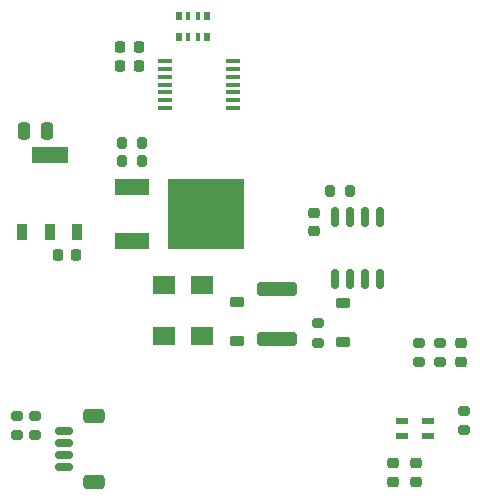
<source format=gtp>
G04 #@! TF.GenerationSoftware,KiCad,Pcbnew,9.0.1*
G04 #@! TF.CreationDate,2025-05-14T09:26:50-05:00*
G04 #@! TF.ProjectId,Incipit11,496e6369-7069-4743-9131-2e6b69636164,A*
G04 #@! TF.SameCoordinates,Original*
G04 #@! TF.FileFunction,Paste,Top*
G04 #@! TF.FilePolarity,Positive*
%FSLAX46Y46*%
G04 Gerber Fmt 4.6, Leading zero omitted, Abs format (unit mm)*
G04 Created by KiCad (PCBNEW 9.0.1) date 2025-05-14 09:26:50*
%MOMM*%
%LPD*%
G01*
G04 APERTURE LIST*
G04 Aperture macros list*
%AMRoundRect*
0 Rectangle with rounded corners*
0 $1 Rounding radius*
0 $2 $3 $4 $5 $6 $7 $8 $9 X,Y pos of 4 corners*
0 Add a 4 corners polygon primitive as box body*
4,1,4,$2,$3,$4,$5,$6,$7,$8,$9,$2,$3,0*
0 Add four circle primitives for the rounded corners*
1,1,$1+$1,$2,$3*
1,1,$1+$1,$4,$5*
1,1,$1+$1,$6,$7*
1,1,$1+$1,$8,$9*
0 Add four rect primitives between the rounded corners*
20,1,$1+$1,$2,$3,$4,$5,0*
20,1,$1+$1,$4,$5,$6,$7,0*
20,1,$1+$1,$6,$7,$8,$9,0*
20,1,$1+$1,$8,$9,$2,$3,0*%
G04 Aperture macros list end*
%ADD10RoundRect,0.225000X-0.375000X0.225000X-0.375000X-0.225000X0.375000X-0.225000X0.375000X0.225000X0*%
%ADD11R,1.900000X1.600000*%
%ADD12RoundRect,0.200000X-0.275000X0.200000X-0.275000X-0.200000X0.275000X-0.200000X0.275000X0.200000X0*%
%ADD13RoundRect,0.200000X0.200000X0.275000X-0.200000X0.275000X-0.200000X-0.275000X0.200000X-0.275000X0*%
%ADD14RoundRect,0.250000X-1.450000X0.312500X-1.450000X-0.312500X1.450000X-0.312500X1.450000X0.312500X0*%
%ADD15R,3.000000X1.400000*%
%ADD16R,6.500000X6.000000*%
%ADD17RoundRect,0.225000X-0.250000X0.225000X-0.250000X-0.225000X0.250000X-0.225000X0.250000X0.225000X0*%
%ADD18RoundRect,0.200000X0.275000X-0.200000X0.275000X0.200000X-0.275000X0.200000X-0.275000X-0.200000X0*%
%ADD19RoundRect,0.225000X-0.225000X-0.250000X0.225000X-0.250000X0.225000X0.250000X-0.225000X0.250000X0*%
%ADD20RoundRect,0.225000X0.250000X-0.225000X0.250000X0.225000X-0.250000X0.225000X-0.250000X-0.225000X0*%
%ADD21RoundRect,0.250000X0.250000X0.475000X-0.250000X0.475000X-0.250000X-0.475000X0.250000X-0.475000X0*%
%ADD22RoundRect,0.150000X0.150000X-0.675000X0.150000X0.675000X-0.150000X0.675000X-0.150000X-0.675000X0*%
%ADD23R,0.889000X1.473200*%
%ADD24R,3.149600X1.473200*%
%ADD25RoundRect,0.225000X0.225000X0.250000X-0.225000X0.250000X-0.225000X-0.250000X0.225000X-0.250000X0*%
%ADD26RoundRect,0.218750X0.256250X-0.218750X0.256250X0.218750X-0.256250X0.218750X-0.256250X-0.218750X0*%
%ADD27R,0.500000X0.800000*%
%ADD28R,0.400000X0.800000*%
%ADD29RoundRect,0.150000X-0.625000X0.150000X-0.625000X-0.150000X0.625000X-0.150000X0.625000X0.150000X0*%
%ADD30RoundRect,0.250000X-0.650000X0.350000X-0.650000X-0.350000X0.650000X-0.350000X0.650000X0.350000X0*%
%ADD31R,1.308100X0.355600*%
%ADD32R,1.000000X0.600000*%
%ADD33RoundRect,0.225000X0.375000X-0.225000X0.375000X0.225000X-0.375000X0.225000X-0.375000X-0.225000X0*%
G04 APERTURE END LIST*
D10*
X154270000Y-95050000D03*
X154270000Y-98350000D03*
D11*
X142400000Y-97800000D03*
X142400000Y-93500000D03*
D12*
X128200000Y-104575000D03*
X128200000Y-106225000D03*
X164500000Y-104175000D03*
X164500000Y-105825000D03*
D13*
X137250000Y-81500000D03*
X135600000Y-81500000D03*
D11*
X139100000Y-93500000D03*
X139100000Y-97800000D03*
D13*
X154865000Y-85600000D03*
X153215000Y-85600000D03*
D14*
X148700000Y-93862500D03*
X148700000Y-98137500D03*
D13*
X137250000Y-83000000D03*
X135600000Y-83000000D03*
D15*
X136420000Y-85200000D03*
X136420000Y-89800000D03*
D16*
X142670000Y-87500000D03*
D17*
X151840000Y-87425000D03*
X151840000Y-88975000D03*
D18*
X162500000Y-100075000D03*
X162500000Y-98425000D03*
D19*
X135436100Y-73350000D03*
X136986100Y-73350000D03*
D20*
X164250000Y-100025000D03*
X164250000Y-98475000D03*
D21*
X129200000Y-80500000D03*
X127300000Y-80500000D03*
D22*
X153600000Y-93000000D03*
X154870000Y-93000000D03*
X156140000Y-93000000D03*
X157410000Y-93000000D03*
X157410000Y-87750000D03*
X156140000Y-87750000D03*
X154870000Y-87750000D03*
X153600000Y-87750000D03*
D12*
X126700000Y-104575000D03*
X126700000Y-106225000D03*
D19*
X135436100Y-74950000D03*
X136986100Y-74950000D03*
D23*
X127138600Y-89063900D03*
X129450000Y-89063900D03*
X131761400Y-89063900D03*
D24*
X129450000Y-82536100D03*
D25*
X131725000Y-91000000D03*
X130175000Y-91000000D03*
D26*
X160500000Y-110187500D03*
X160500000Y-108612500D03*
X158500000Y-110187500D03*
X158500000Y-108612500D03*
D27*
X142811100Y-70750000D03*
D28*
X142011100Y-70750000D03*
X141211100Y-70750000D03*
D27*
X140411100Y-70750000D03*
X140411100Y-72550000D03*
D28*
X141211100Y-72550000D03*
X142011100Y-72550000D03*
D27*
X142811100Y-72550000D03*
D12*
X160750000Y-98425000D03*
X160750000Y-100075000D03*
D29*
X130675000Y-105900000D03*
X130675000Y-106900000D03*
X130675000Y-107900000D03*
X130675000Y-108900000D03*
D30*
X133200000Y-104600000D03*
X133200000Y-110200000D03*
D12*
X152170000Y-96750000D03*
X152170000Y-98400000D03*
D31*
X139209150Y-74599999D03*
X139209150Y-75250000D03*
X139209150Y-75900001D03*
X139209150Y-76550000D03*
X139209150Y-77199999D03*
X139209150Y-77850000D03*
X139209150Y-78499999D03*
X145013050Y-78500001D03*
X145013050Y-77850000D03*
X145013050Y-77200001D03*
X145013050Y-76550000D03*
X145013050Y-75900001D03*
X145013050Y-75250000D03*
X145013050Y-74600001D03*
D32*
X161500000Y-106350000D03*
X161500000Y-105050000D03*
X159300000Y-105050000D03*
X159300000Y-106350000D03*
D33*
X145300000Y-98250000D03*
X145300000Y-94950000D03*
M02*

</source>
